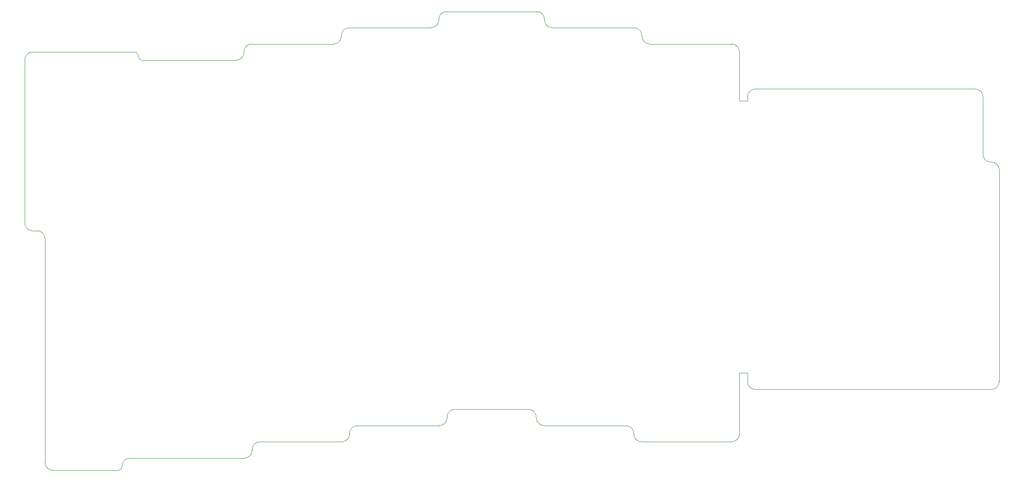
<source format=gbr>
%TF.GenerationSoftware,KiCad,Pcbnew,7.0.7*%
%TF.CreationDate,2023-08-28T12:27:40-04:00*%
%TF.ProjectId,garden,67617264-656e-42e6-9b69-6361645f7063,rev?*%
%TF.SameCoordinates,Original*%
%TF.FileFunction,Profile,NP*%
%FSLAX46Y46*%
G04 Gerber Fmt 4.6, Leading zero omitted, Abs format (unit mm)*
G04 Created by KiCad (PCBNEW 7.0.7) date 2023-08-28 12:27:40*
%MOMM*%
%LPD*%
G01*
G04 APERTURE LIST*
%TA.AperFunction,Profile*%
%ADD10C,0.100000*%
%TD*%
G04 APERTURE END LIST*
D10*
X150812500Y-49149000D02*
G75*
G03*
X149288500Y-47625000I-1524000J0D01*
G01*
X34131250Y-132619750D02*
G75*
G03*
X35655250Y-134143750I1523950J-50D01*
G01*
X49212500Y-133286500D02*
X49212500Y-133381750D01*
X114236500Y-122237500D02*
G75*
G03*
X112712500Y-123761500I0J-1524000D01*
G01*
X171450000Y-116808250D02*
X171450000Y-115093750D01*
X31686500Y-52387500D02*
G75*
G03*
X30162500Y-53911500I0J-1524000D01*
G01*
X52387500Y-53213000D02*
G75*
G03*
X53149500Y-53975000I762000J0D01*
G01*
X169862500Y-52324000D02*
G75*
G03*
X168338500Y-50800000I-1524000J0D01*
G01*
X93599000Y-47625000D02*
X109601000Y-47625000D01*
X112649000Y-44450000D02*
G75*
G03*
X111125000Y-45974000I0J-1524000D01*
G01*
X131762500Y-45974000D02*
G75*
G03*
X130238500Y-44450000I-1524000J0D01*
G01*
X171449950Y-116808250D02*
G75*
G03*
X172974000Y-118332250I1523950J-50D01*
G01*
X111188500Y-125412500D02*
X95186500Y-125412500D01*
X31686500Y-87312500D02*
X32607250Y-87312500D01*
X169862500Y-61912500D02*
X169862500Y-52324000D01*
X52387500Y-53149500D02*
G75*
G03*
X51625500Y-52387500I-762000J0D01*
G01*
X168338500Y-128587500D02*
G75*
G03*
X169862500Y-127063500I0J1524000D01*
G01*
X112649000Y-44450000D02*
X130238500Y-44450000D01*
X73088500Y-131762500D02*
G75*
G03*
X74612500Y-130238500I0J1524000D01*
G01*
X30162500Y-83506239D02*
X30162500Y-85788500D01*
X219138500Y-73882250D02*
X219011500Y-73882250D01*
X111125000Y-46101000D02*
X111125000Y-45974000D01*
X76136500Y-128587500D02*
G75*
G03*
X74612500Y-130111500I0J-1524000D01*
G01*
X172974000Y-118332250D02*
X219138500Y-118332250D01*
X34131200Y-88836500D02*
G75*
G03*
X32607250Y-87312500I-1523900J100D01*
G01*
X172974000Y-59594800D02*
G75*
G03*
X171450000Y-61118750I0J-1524000D01*
G01*
X30162500Y-85788500D02*
G75*
G03*
X31686500Y-87312500I1524000J0D01*
G01*
X169862500Y-115093750D02*
X169862500Y-127063500D01*
X92075000Y-49276000D02*
X92075000Y-49149000D01*
X171450000Y-61912500D02*
X169862500Y-61912500D01*
X152336500Y-50800000D02*
X168338500Y-50800000D01*
X34131250Y-132619750D02*
X34131250Y-88836500D01*
X48450500Y-134143700D02*
G75*
G03*
X49212500Y-133381750I0J762000D01*
G01*
X74612500Y-130111500D02*
X74612500Y-130238500D01*
X217487550Y-61118750D02*
G75*
G03*
X215963500Y-59594750I-1523950J50D01*
G01*
X71501000Y-53975000D02*
G75*
G03*
X73025000Y-52451000I0J1524000D01*
G01*
X131762500Y-45974000D02*
X131762500Y-46101000D01*
X217487500Y-72358250D02*
X217487500Y-61118750D01*
X220662550Y-75406250D02*
G75*
G03*
X219138500Y-73882250I-1523950J50D01*
G01*
X73025000Y-52451000D02*
X73025000Y-52324000D01*
X52387500Y-53149500D02*
X52387500Y-53213000D01*
X147701000Y-125412500D02*
X131699000Y-125412500D01*
X130175000Y-123888500D02*
G75*
G03*
X131699000Y-125412500I1524000J0D01*
G01*
X149225000Y-126936500D02*
G75*
G03*
X147701000Y-125412500I-1524000J0D01*
G01*
X53149500Y-53975000D02*
X53911500Y-53975000D01*
X112712500Y-123761500D02*
X112712500Y-123888500D01*
X130175000Y-123888500D02*
X130175000Y-123761500D01*
X31686500Y-52387500D02*
X51625500Y-52387500D01*
X130175000Y-123761500D02*
G75*
G03*
X128651000Y-122237500I-1524000J0D01*
G01*
X93599000Y-47625000D02*
G75*
G03*
X92075000Y-49149000I0J-1524000D01*
G01*
X217487450Y-72358250D02*
G75*
G03*
X219011500Y-73882250I1523950J-50D01*
G01*
X220662500Y-116808250D02*
X220662500Y-75406250D01*
X133286500Y-47625000D02*
X149288500Y-47625000D01*
X30162500Y-83506239D02*
X30162500Y-53911500D01*
X48450500Y-134143750D02*
X35655250Y-134143750D01*
X219138500Y-118332200D02*
G75*
G03*
X220662500Y-116808250I0J1524000D01*
G01*
X171450000Y-115093750D02*
X169862500Y-115093750D01*
X93662500Y-126936500D02*
X93662500Y-127063500D01*
X90551000Y-50800000D02*
G75*
G03*
X92075000Y-49276000I0J1524000D01*
G01*
X74549000Y-50800000D02*
G75*
G03*
X73025000Y-52324000I0J-1524000D01*
G01*
X150812500Y-49276000D02*
G75*
G03*
X152336500Y-50800000I1524000J0D01*
G01*
X53911500Y-53975000D02*
X71501000Y-53975000D01*
X149225000Y-127063500D02*
G75*
G03*
X150749000Y-128587500I1524000J0D01*
G01*
X149225000Y-127063500D02*
X149225000Y-126936500D01*
X73088500Y-131762500D02*
X50736500Y-131762500D01*
X131762500Y-46101000D02*
G75*
G03*
X133286500Y-47625000I1524000J0D01*
G01*
X168338500Y-128587500D02*
X150749000Y-128587500D01*
X92138500Y-128587500D02*
G75*
G03*
X93662500Y-127063500I0J1524000D01*
G01*
X95186500Y-125412500D02*
G75*
G03*
X93662500Y-126936500I0J-1524000D01*
G01*
X215963500Y-59594750D02*
X172974000Y-59594750D01*
X150812500Y-49149000D02*
X150812500Y-49276000D01*
X74549000Y-50800000D02*
X90551000Y-50800000D01*
X128651000Y-122237500D02*
X114236500Y-122237500D01*
X171450000Y-61118750D02*
X171450000Y-61912500D01*
X50736500Y-131762500D02*
G75*
G03*
X49212500Y-133286500I0J-1524000D01*
G01*
X109601000Y-47625000D02*
G75*
G03*
X111125000Y-46101000I0J1524000D01*
G01*
X92138500Y-128587500D02*
X76136500Y-128587500D01*
X111188500Y-125412500D02*
G75*
G03*
X112712500Y-123888500I0J1524000D01*
G01*
M02*

</source>
